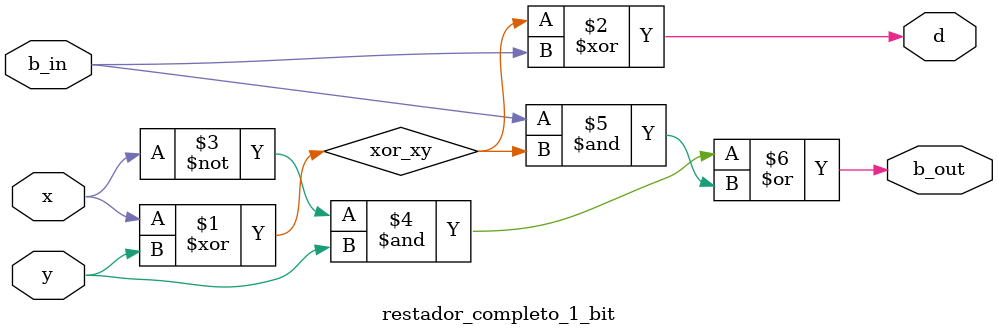
<source format=v>
module restador_completo_1_bit (
    input wire x,
    input wire y,
    input wire b_in,
    output wire d,
    output wire b_out
);

    wire xor_xy;

    assign xor_xy = x ^ y;
    assign d = xor_xy ^ b_in;
    assign b_out = (~x & y) | (b_in & xor_xy);
    
endmodule
</source>
